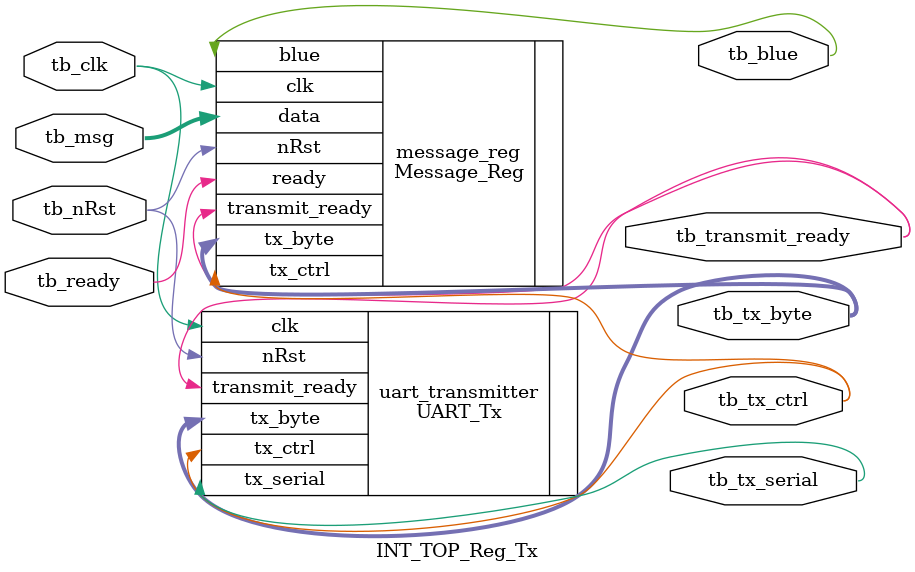
<source format=sv>
module INT_TOP_Reg_Tx (
    input logic tb_clk, tb_nRst, tb_ready,
    output logic tb_tx_serial,
    output logic tb_transmit_ready, tb_blue, tb_tx_ctrl,
    output logic [7:0] tb_tx_byte,
    input logic [7:0] tb_msg


);

// Testbench ports
localparam CLK_PERIOD = 10; // 100 Hz clk
// logic tb_transmit_ready, tb_blue, tb_tx_ctrl;
// logic [7:0] tb_msg, tb_tx_byte;

// Portmap
Message_Reg message_reg (.clk(tb_clk), .nRst(tb_nRst), .ready(tb_ready), .transmit_ready(tb_transmit_ready), .data(tb_msg), .blue(tb_blue), .tx_ctrl(tb_tx_ctrl), .tx_byte(tb_tx_byte));
UART_Tx uart_transmitter (.clk(tb_clk), .nRst(tb_nRst), .tx_ctrl(tb_tx_ctrl), .tx_byte(tb_tx_byte), .transmit_ready(tb_transmit_ready), .tx_serial(tb_tx_serial));

endmodule

</source>
